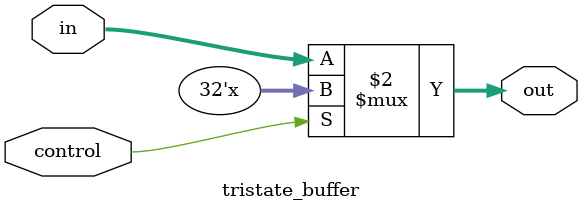
<source format=v>
module tristate_buffer(
    input control,
    input [31:0] in,
    output [31:0] out
);

assign out = (~control) ? in : 32'bz;

endmodule

</source>
